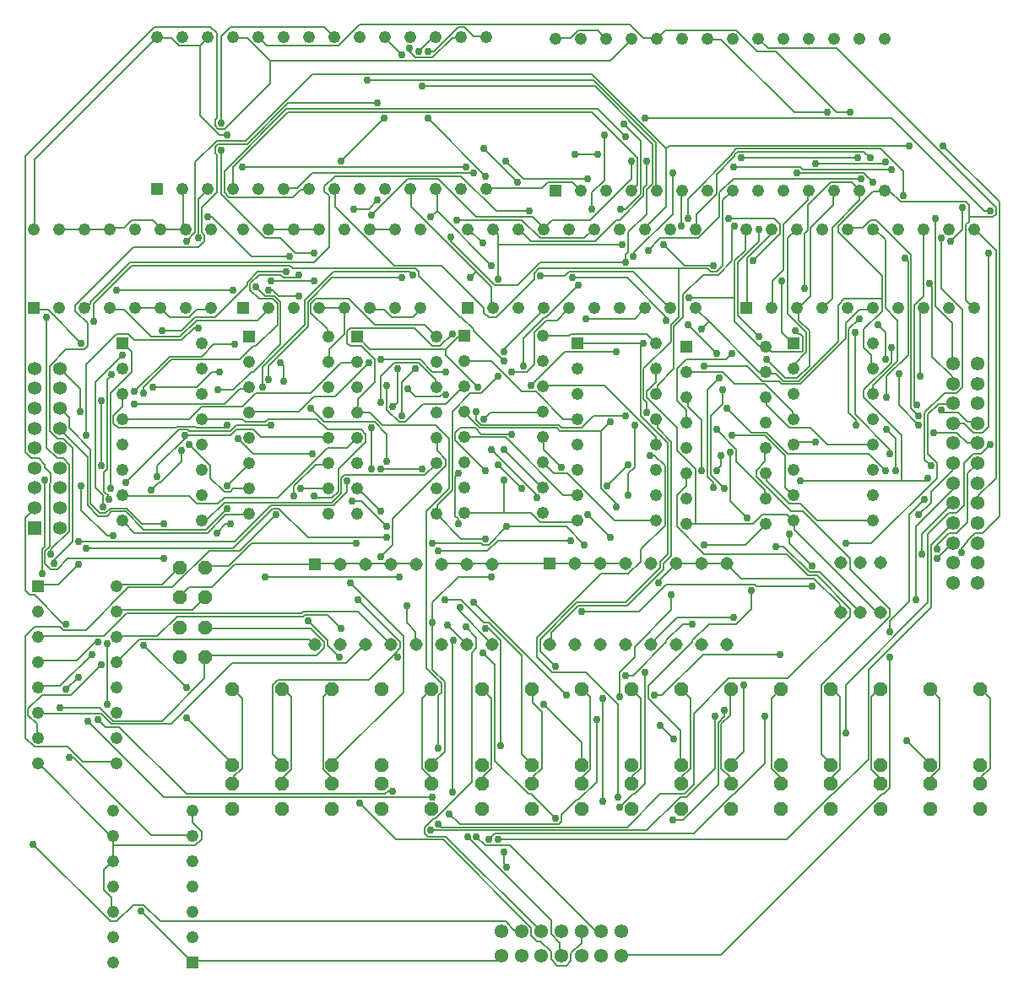
<source format=gbr>
G04 EAGLE Gerber RS-274X export*
G75*
%MOMM*%
%FSLAX34Y34*%
%LPD*%
%INTop Copper*%
%IPPOS*%
%AMOC8*
5,1,8,0,0,1.08239X$1,22.5*%
G01*
%ADD10R,1.238000X1.238000*%
%ADD11C,1.238000*%
%ADD12R,1.308000X1.308000*%
%ADD13C,1.308000*%
%ADD14R,1.358000X1.358000*%
%ADD15C,1.358000*%
%ADD16C,1.381000*%
%ADD17R,1.216000X1.216000*%
%ADD18C,1.216000*%
%ADD19P,1.429621X8X292.500000*%
%ADD20P,1.429621X8X202.500000*%
%ADD21C,0.152400*%
%ADD22C,0.756400*%


D10*
X675300Y651500D03*
D11*
X675300Y626100D03*
X675300Y600700D03*
X675300Y575300D03*
X675300Y549900D03*
X675300Y524500D03*
X675300Y499100D03*
X675300Y473700D03*
X754700Y473700D03*
X754700Y499100D03*
X754700Y524500D03*
X754700Y549900D03*
X754700Y575300D03*
X754700Y600700D03*
X754700Y626100D03*
X754700Y651500D03*
D10*
X237100Y661500D03*
D11*
X237100Y636100D03*
X237100Y610700D03*
X237100Y585300D03*
X237100Y559900D03*
X237100Y534500D03*
X237100Y509100D03*
X237100Y483700D03*
X316500Y483700D03*
X316500Y509100D03*
X316500Y534500D03*
X316500Y559900D03*
X316500Y585300D03*
X316500Y610700D03*
X316500Y636100D03*
X316500Y661500D03*
D10*
X452280Y662780D03*
D11*
X452280Y637380D03*
X452280Y611980D03*
X452280Y586580D03*
X452280Y561180D03*
X452280Y535780D03*
X452280Y510380D03*
X452280Y484980D03*
X531680Y484980D03*
X531680Y510380D03*
X531680Y535780D03*
X531680Y561180D03*
X531680Y586580D03*
X531680Y611980D03*
X531680Y637380D03*
X531680Y662780D03*
D10*
X345000Y661500D03*
D11*
X345000Y636100D03*
X345000Y610700D03*
X345000Y585300D03*
X345000Y559900D03*
X345000Y534500D03*
X345000Y509100D03*
X345000Y483700D03*
X424400Y483700D03*
X424400Y509100D03*
X424400Y534500D03*
X424400Y559900D03*
X424400Y585300D03*
X424400Y610700D03*
X424400Y636100D03*
X424400Y661500D03*
D10*
X782800Y654700D03*
D11*
X782800Y629300D03*
X782800Y603900D03*
X782800Y578500D03*
X782800Y553100D03*
X782800Y527700D03*
X782800Y502300D03*
X782800Y476900D03*
X862200Y476900D03*
X862200Y502300D03*
X862200Y527700D03*
X862200Y553100D03*
X862200Y578500D03*
X862200Y603900D03*
X862200Y629300D03*
X862200Y654700D03*
D10*
X24700Y411500D03*
D11*
X24700Y386100D03*
X24700Y360700D03*
X24700Y335300D03*
X24700Y309900D03*
X24700Y284500D03*
X24700Y259100D03*
X24700Y233700D03*
X104100Y233700D03*
X104100Y259100D03*
X104100Y284500D03*
X104100Y309900D03*
X104100Y335300D03*
X104100Y360700D03*
X104100Y386100D03*
X104100Y411500D03*
D10*
X565800Y654700D03*
D11*
X565800Y629300D03*
X565800Y603900D03*
X565800Y578500D03*
X565800Y553100D03*
X565800Y527700D03*
X565800Y502300D03*
X565800Y476900D03*
X645200Y476900D03*
X645200Y502300D03*
X645200Y527700D03*
X645200Y553100D03*
X645200Y578500D03*
X645200Y603900D03*
X645200Y629300D03*
X645200Y654700D03*
D10*
X109800Y654700D03*
D11*
X109800Y629300D03*
X109800Y603900D03*
X109800Y578500D03*
X109800Y553100D03*
X109800Y527700D03*
X109800Y502300D03*
X109800Y476900D03*
X189200Y476900D03*
X189200Y502300D03*
X189200Y527700D03*
X189200Y553100D03*
X189200Y578500D03*
X189200Y603900D03*
X189200Y629300D03*
X189200Y654700D03*
D12*
X538100Y433900D03*
D13*
X563500Y433900D03*
X588900Y433900D03*
X614300Y433900D03*
X639700Y433900D03*
X665100Y433900D03*
X690500Y433900D03*
X715900Y433900D03*
X715900Y352900D03*
X690500Y352900D03*
X665100Y352900D03*
X639700Y352900D03*
X614300Y352900D03*
X588900Y352900D03*
X563500Y352900D03*
X538100Y352900D03*
D12*
X302470Y433490D03*
D13*
X327870Y433490D03*
X353270Y433490D03*
X378670Y433490D03*
X404070Y433490D03*
X429470Y433490D03*
X454870Y433490D03*
X480270Y433490D03*
X480270Y352490D03*
X454870Y352490D03*
X429470Y352490D03*
X404070Y352490D03*
X378670Y352490D03*
X353270Y352490D03*
X327870Y352490D03*
X302470Y352490D03*
D14*
X21800Y469800D03*
D15*
X46800Y469800D03*
X21800Y489800D03*
X46800Y489800D03*
X21800Y509800D03*
X46800Y509800D03*
X21800Y529800D03*
X46800Y529800D03*
X21800Y549800D03*
X46800Y549800D03*
X21800Y569800D03*
X46800Y569800D03*
X21800Y589800D03*
X46800Y589800D03*
X21800Y609800D03*
X46800Y609800D03*
X21800Y629800D03*
X46800Y629800D03*
D16*
X967700Y634700D03*
X942700Y634700D03*
X967700Y614700D03*
X942700Y614700D03*
X967700Y594700D03*
X942700Y594700D03*
X967700Y574700D03*
X942700Y574700D03*
X967700Y554700D03*
X942700Y554700D03*
X967700Y534700D03*
X942700Y534700D03*
X967700Y514700D03*
X942700Y514700D03*
X967700Y494700D03*
X942700Y494700D03*
X967700Y474700D03*
X942700Y474700D03*
X967700Y454700D03*
X942700Y454700D03*
X967700Y434700D03*
X942700Y434700D03*
X967700Y414700D03*
X942700Y414700D03*
D17*
X544400Y807900D03*
D18*
X569800Y807900D03*
X595200Y807900D03*
X620600Y807900D03*
X646000Y807900D03*
X671400Y807900D03*
X696800Y807900D03*
X722200Y807900D03*
X747600Y807900D03*
X773000Y807900D03*
X798400Y807900D03*
X823800Y807900D03*
X849200Y807900D03*
X874600Y807900D03*
X874600Y960300D03*
X849200Y960300D03*
X823800Y960300D03*
X798400Y960300D03*
X773000Y960300D03*
X747600Y960300D03*
X722200Y960300D03*
X696800Y960300D03*
X671400Y960300D03*
X646000Y960300D03*
X620600Y960300D03*
X595200Y960300D03*
X569800Y960300D03*
X544400Y960300D03*
D17*
X144400Y810100D03*
D18*
X169800Y810100D03*
X195200Y810100D03*
X220600Y810100D03*
X246000Y810100D03*
X271400Y810100D03*
X296800Y810100D03*
X322200Y810100D03*
X347600Y810100D03*
X373000Y810100D03*
X398400Y810100D03*
X423800Y810100D03*
X449200Y810100D03*
X474600Y810100D03*
X474600Y962500D03*
X449200Y962500D03*
X423800Y962500D03*
X398400Y962500D03*
X373000Y962500D03*
X347600Y962500D03*
X322200Y962500D03*
X296800Y962500D03*
X271400Y962500D03*
X246000Y962500D03*
X220600Y962500D03*
X195200Y962500D03*
X169800Y962500D03*
X144400Y962500D03*
D16*
X610000Y40000D03*
X590000Y40000D03*
X570000Y40000D03*
X550000Y40000D03*
X530000Y40000D03*
X510000Y40000D03*
X490000Y40000D03*
X610000Y65000D03*
X590000Y65000D03*
X570000Y65000D03*
X550000Y65000D03*
X530000Y65000D03*
X510000Y65000D03*
X490000Y65000D03*
D10*
X179700Y33800D03*
D11*
X179700Y59200D03*
X179700Y84600D03*
X179700Y110000D03*
X179700Y135400D03*
X179700Y160800D03*
X179700Y186200D03*
X100300Y186200D03*
X100300Y160800D03*
X100300Y135400D03*
X100300Y110000D03*
X100300Y84600D03*
X100300Y59200D03*
X100300Y33800D03*
D10*
X231100Y690300D03*
D11*
X256500Y690300D03*
X281900Y690300D03*
X307300Y690300D03*
X332700Y690300D03*
X358100Y690300D03*
X383500Y690300D03*
X408900Y690300D03*
X408900Y769700D03*
X383500Y769700D03*
X358100Y769700D03*
X332700Y769700D03*
X307300Y769700D03*
X281900Y769700D03*
X256500Y769700D03*
X231100Y769700D03*
D10*
X21100Y690300D03*
D11*
X46500Y690300D03*
X71900Y690300D03*
X97300Y690300D03*
X122700Y690300D03*
X148100Y690300D03*
X173500Y690300D03*
X198900Y690300D03*
X198900Y769700D03*
X173500Y769700D03*
X148100Y769700D03*
X122700Y769700D03*
X97300Y769700D03*
X71900Y769700D03*
X46500Y769700D03*
X21100Y769700D03*
D10*
X455700Y690300D03*
D11*
X481100Y690300D03*
X506500Y690300D03*
X531900Y690300D03*
X557300Y690300D03*
X582700Y690300D03*
X608100Y690300D03*
X633500Y690300D03*
X658900Y690300D03*
X684300Y690300D03*
X684300Y769700D03*
X658900Y769700D03*
X633500Y769700D03*
X608100Y769700D03*
X582700Y769700D03*
X557300Y769700D03*
X531900Y769700D03*
X506500Y769700D03*
X481100Y769700D03*
X455700Y769700D03*
D10*
X735700Y690300D03*
D11*
X761100Y690300D03*
X786500Y690300D03*
X811900Y690300D03*
X837300Y690300D03*
X862700Y690300D03*
X888100Y690300D03*
X913500Y690300D03*
X938900Y690300D03*
X964300Y690300D03*
X964300Y769700D03*
X938900Y769700D03*
X913500Y769700D03*
X888100Y769700D03*
X862700Y769700D03*
X837300Y769700D03*
X811900Y769700D03*
X786500Y769700D03*
X761100Y769700D03*
X735700Y769700D03*
D13*
X830000Y385000D03*
X850000Y385000D03*
X870000Y385000D03*
X830000Y435000D03*
X850000Y435000D03*
X870000Y435000D03*
D19*
X920000Y212700D03*
X920000Y187300D03*
X870000Y212700D03*
X870000Y187300D03*
X820000Y212700D03*
X820000Y187300D03*
X770000Y212700D03*
X770000Y187300D03*
X720000Y212700D03*
X720000Y187300D03*
X670000Y212700D03*
X670000Y187300D03*
X620000Y212700D03*
X620000Y187300D03*
X570000Y212700D03*
X570000Y187300D03*
X520000Y212700D03*
X520000Y187300D03*
X470000Y212700D03*
X470000Y187300D03*
X420000Y212700D03*
X420000Y187300D03*
X370000Y212700D03*
X370000Y187300D03*
X320000Y212700D03*
X320000Y187300D03*
X270000Y212700D03*
X270000Y187300D03*
X220000Y212700D03*
X220000Y187300D03*
X970000Y212700D03*
X970000Y187300D03*
X920000Y308100D03*
X920000Y231900D03*
X870000Y308100D03*
X870000Y231900D03*
X820000Y308100D03*
X820000Y231900D03*
X770000Y308100D03*
X770000Y231900D03*
X720000Y308100D03*
X720000Y231900D03*
X670000Y308100D03*
X670000Y231900D03*
X620000Y308100D03*
X620000Y231900D03*
X570000Y308100D03*
X570000Y231900D03*
X520000Y308100D03*
X520000Y231900D03*
X470000Y308100D03*
X470000Y231900D03*
X420000Y308100D03*
X420000Y231900D03*
X370000Y308100D03*
X370000Y231900D03*
X320000Y308100D03*
X320000Y231900D03*
X270000Y308100D03*
X270000Y231900D03*
X220000Y308100D03*
X220000Y231900D03*
X970000Y308100D03*
X970000Y231900D03*
D20*
X192700Y340000D03*
X167300Y340000D03*
X192700Y370000D03*
X167300Y370000D03*
X192700Y400000D03*
X167300Y400000D03*
X192700Y430000D03*
X167300Y430000D03*
D21*
X783336Y629412D02*
X783336Y633984D01*
X795528Y646176D01*
X795528Y665988D01*
X777240Y684276D01*
X777240Y760476D01*
X786384Y769620D01*
X783336Y629412D02*
X782800Y629300D01*
X786384Y769620D02*
X786500Y769700D01*
X786384Y556260D02*
X804672Y556260D01*
X786384Y556260D02*
X783336Y553212D01*
X782800Y553100D01*
D22*
X804672Y556260D03*
D21*
X838200Y771144D02*
X851916Y771144D01*
X859536Y778764D01*
X865632Y778764D01*
X900684Y743712D01*
X900684Y589788D01*
X908304Y582168D01*
X837300Y769700D02*
X838200Y771144D01*
D22*
X908304Y582168D03*
D21*
X862584Y605028D02*
X862584Y612648D01*
X886968Y637032D01*
X886968Y678180D01*
X874776Y690372D01*
X874776Y758952D01*
X864108Y769620D01*
X862584Y605028D02*
X862200Y603900D01*
X864108Y769620D02*
X862700Y769700D01*
X957072Y576072D02*
X966216Y576072D01*
X957072Y576072D02*
X947928Y585216D01*
X934212Y585216D01*
X931164Y588264D01*
X966216Y576072D02*
X967700Y574700D01*
D22*
X931164Y588264D03*
D21*
X649224Y760476D02*
X637032Y748284D01*
X649224Y760476D02*
X687324Y760476D01*
X708660Y781812D01*
X708660Y806196D01*
X722376Y819912D01*
X850392Y819912D01*
X957072Y554736D02*
X966216Y554736D01*
X957072Y554736D02*
X946404Y565404D01*
X923544Y565404D01*
X908304Y573024D02*
X888492Y592836D01*
X888492Y624840D01*
X874776Y638556D02*
X874776Y665988D01*
X867156Y673608D01*
X966216Y554736D02*
X967700Y554700D01*
D22*
X637032Y748284D03*
X850392Y819912D03*
X923544Y565404D03*
X908304Y573024D03*
X888492Y624840D03*
X874776Y638556D03*
X867156Y673608D03*
D21*
X598932Y460248D02*
X576072Y483108D01*
X643128Y301752D02*
X650748Y301752D01*
X691896Y342900D01*
X769620Y342900D01*
X926592Y448056D02*
X926592Y452628D01*
X938784Y464820D01*
X946404Y464820D01*
X957072Y475488D01*
X957072Y524256D01*
X966216Y533400D01*
X967700Y534700D01*
X912876Y702564D02*
X912876Y769620D01*
X912876Y702564D02*
X903732Y693420D01*
X903732Y595884D01*
X906780Y592836D01*
X912876Y769620D02*
X913500Y769700D01*
D22*
X576072Y483108D03*
X598932Y460248D03*
X643128Y301752D03*
X769620Y342900D03*
X926592Y448056D03*
X906780Y592836D03*
D21*
X914400Y516636D02*
X891540Y516636D01*
X789432Y516636D01*
X914400Y516636D02*
X917448Y519684D01*
X880872Y635508D02*
X880872Y650748D01*
X880872Y635508D02*
X853440Y608076D01*
X853440Y600456D01*
X891540Y562356D01*
X891540Y516636D01*
D22*
X789432Y516636D03*
X917448Y519684D03*
X880872Y650748D03*
D21*
X646176Y612648D02*
X646176Y605028D01*
X646176Y612648D02*
X662940Y629412D01*
X662940Y672084D01*
X672084Y681228D01*
X672084Y704088D01*
X691896Y723900D01*
X707136Y723900D01*
X720852Y737616D01*
X720852Y769620D01*
X723900Y772668D01*
X804672Y835152D02*
X873252Y835152D01*
X874776Y836676D01*
X646176Y605028D02*
X645200Y603900D01*
X967740Y501396D02*
X967740Y495300D01*
X967740Y501396D02*
X986028Y519684D01*
X986028Y748284D01*
X964692Y769620D01*
X967740Y495300D02*
X967700Y494700D01*
X964692Y769620D02*
X964300Y769700D01*
D22*
X723900Y772668D03*
X804672Y835152D03*
X874776Y836676D03*
D21*
X169164Y667512D02*
X149352Y667512D01*
X169164Y667512D02*
X182880Y681228D01*
X202692Y681228D01*
X234696Y713232D01*
X234696Y716280D01*
X245364Y726948D01*
X274320Y726948D01*
X341376Y789432D02*
X356616Y789432D01*
X365760Y798576D01*
X941832Y675132D02*
X941832Y635508D01*
X941832Y675132D02*
X925068Y691896D01*
X925068Y780288D01*
X847344Y841248D02*
X729996Y841248D01*
X635508Y838200D02*
X635508Y813816D01*
X632460Y810768D01*
X632460Y803148D01*
X608076Y778764D01*
X605028Y778764D01*
X583692Y757428D01*
X519684Y757428D01*
X507492Y769620D01*
X941832Y635508D02*
X942700Y634700D01*
X507492Y769620D02*
X506500Y769700D01*
D22*
X149352Y667512D03*
X274320Y726948D03*
X341376Y789432D03*
X365760Y798576D03*
X925068Y780288D03*
X847344Y841248D03*
X729996Y841248D03*
X635508Y838200D03*
D21*
X131064Y611124D02*
X131064Y605028D01*
X131064Y611124D02*
X158496Y638556D01*
X227076Y638556D01*
X240792Y652272D01*
X243840Y652272D01*
X265176Y673608D01*
X265176Y694944D01*
X260604Y699516D01*
X246888Y699516D01*
X237744Y708660D01*
X237744Y714756D01*
X246888Y723900D01*
X268224Y723900D01*
X271272Y720852D01*
X283464Y720852D01*
X286512Y723900D01*
X359664Y783336D02*
X396240Y819912D01*
X426720Y819912D01*
X464820Y781812D01*
X521208Y781812D01*
X531876Y771144D01*
X531900Y769700D01*
X941832Y621792D02*
X941832Y615696D01*
X941832Y621792D02*
X922020Y641604D01*
X922020Y711708D01*
X918972Y714756D01*
X880872Y829056D02*
X792480Y829056D01*
X789432Y832104D01*
X722376Y832104D01*
X620268Y838200D02*
X620268Y819912D01*
X579120Y778764D01*
X541020Y778764D01*
X533400Y771144D01*
X941832Y615696D02*
X942700Y614700D01*
X533400Y771144D02*
X531900Y769700D01*
D22*
X131064Y605028D03*
X286512Y723900D03*
X359664Y783336D03*
X918972Y714756D03*
X880872Y829056D03*
X722376Y832104D03*
X620268Y838200D03*
D21*
X348996Y496824D02*
X339852Y496824D01*
X348996Y496824D02*
X374904Y470916D01*
X420624Y454152D02*
X469392Y454152D01*
X470916Y452628D01*
X477012Y452628D01*
X495300Y470916D01*
X512064Y632460D02*
X512064Y659892D01*
X533400Y681228D01*
X534924Y681228D01*
X566928Y713232D01*
X928116Y594360D02*
X941832Y594360D01*
X928116Y594360D02*
X917448Y583692D01*
X917448Y544068D01*
X926592Y534924D01*
X926592Y519684D01*
X861060Y454152D01*
X835152Y454152D01*
X801624Y411480D02*
X745236Y411480D01*
X743712Y413004D01*
X655320Y413004D01*
X627888Y385572D01*
X569976Y385572D01*
X573024Y452628D02*
X554736Y470916D01*
X495300Y470916D01*
X941832Y594360D02*
X942700Y594700D01*
D22*
X339852Y496824D03*
X374904Y470916D03*
X420624Y454152D03*
X495300Y470916D03*
X512064Y632460D03*
X566928Y713232D03*
X835152Y454152D03*
X801624Y411480D03*
X569976Y385572D03*
X573024Y452628D03*
D21*
X256032Y618744D02*
X256032Y632460D01*
X295656Y672084D01*
X295656Y696468D01*
X320040Y720852D01*
X390144Y720852D01*
X445008Y778764D02*
X510540Y778764D01*
X528828Y760476D01*
X573024Y760476D01*
X582168Y769620D01*
X582700Y769700D01*
X943356Y574548D02*
X954024Y574548D01*
X963168Y565404D01*
X972312Y565404D01*
X978408Y571500D01*
X978408Y745236D01*
X979932Y787908D02*
X973836Y787908D01*
X880872Y880872D01*
X633984Y880872D01*
X592836Y864108D02*
X592836Y818388D01*
X580644Y806196D01*
X580644Y789432D01*
X942700Y574700D02*
X943356Y574548D01*
D22*
X256032Y618744D03*
X390144Y720852D03*
X445008Y778764D03*
X978408Y745236D03*
X979932Y787908D03*
X633984Y880872D03*
X592836Y864108D03*
X580644Y789432D03*
D21*
X609600Y789432D02*
X614172Y789432D01*
X629412Y804672D01*
X629412Y858012D01*
X612648Y874776D01*
D22*
X609600Y789432D03*
X612648Y874776D03*
D21*
X47244Y310896D02*
X25908Y310896D01*
X47244Y310896D02*
X79248Y342900D01*
X89916Y490728D02*
X89916Y502920D01*
X82296Y510540D01*
X82296Y615696D01*
X109728Y643128D01*
X173736Y757428D02*
X182880Y766572D01*
X182880Y836676D01*
X204216Y858012D01*
X233172Y858012D01*
X300228Y925068D01*
X580644Y925068D01*
X655320Y850392D01*
X655320Y792480D01*
X633984Y771144D01*
X25908Y310896D02*
X24700Y309900D01*
X633500Y769700D02*
X633984Y771144D01*
X941832Y533400D02*
X941832Y527304D01*
X920496Y505968D01*
X920496Y495300D01*
X908304Y483108D01*
X950976Y449580D02*
X950976Y445008D01*
X950976Y449580D02*
X957072Y455676D01*
X957072Y457200D01*
X964692Y464820D01*
X972312Y464820D01*
X989076Y481584D01*
X989076Y797052D01*
X932688Y853440D01*
X899160Y853440D02*
X658368Y853440D01*
X655320Y850392D01*
X942700Y534700D02*
X941832Y533400D01*
D22*
X79248Y342900D03*
X89916Y490728D03*
X109728Y643128D03*
X173736Y757428D03*
X908304Y483108D03*
X950976Y445008D03*
X932688Y853440D03*
X899160Y853440D03*
D21*
X483108Y163068D02*
X477012Y156972D01*
X483108Y163068D02*
X682752Y163068D01*
X722376Y202692D01*
X723900Y202692D01*
X754380Y233172D01*
X754380Y280416D01*
X905256Y397764D02*
X905256Y470916D01*
X941832Y507492D01*
X941832Y513588D01*
X942700Y514700D01*
X676656Y780288D02*
X676656Y800100D01*
X720852Y844296D01*
X720852Y845820D01*
X725424Y850392D01*
X870204Y850392D01*
X893064Y827532D01*
X893064Y803148D01*
X931164Y760476D02*
X931164Y710184D01*
X952500Y688848D01*
X952500Y611124D01*
X946404Y605028D01*
X934212Y605028D01*
X914400Y585216D01*
X914400Y537972D01*
X920496Y531876D01*
D22*
X477012Y156972D03*
X754380Y280416D03*
X905256Y397764D03*
X676656Y780288D03*
X893064Y803148D03*
X931164Y760476D03*
X920496Y531876D03*
D21*
X144780Y361188D02*
X105156Y361188D01*
X144780Y361188D02*
X164592Y381000D01*
X291084Y381000D01*
X292608Y382524D01*
X315468Y382524D01*
X329184Y368808D01*
X419100Y166116D02*
X635508Y166116D01*
X669036Y199644D01*
X675132Y199644D01*
X704088Y228600D01*
X704088Y280416D01*
X911352Y443484D02*
X911352Y463296D01*
X941832Y493776D01*
X105156Y361188D02*
X104100Y360700D01*
X941832Y493776D02*
X942700Y494700D01*
X685800Y771144D02*
X685800Y784860D01*
X705612Y804672D01*
X705612Y824484D01*
X723900Y842772D01*
X723900Y844296D01*
X726948Y847344D01*
X853440Y847344D01*
X859536Y841248D01*
X685800Y771144D02*
X684300Y769700D01*
D22*
X329184Y368808D03*
X419100Y166116D03*
X704088Y280416D03*
X911352Y443484D03*
X859536Y841248D03*
D21*
X676656Y600456D02*
X676656Y591312D01*
X690372Y577596D01*
X690372Y527304D01*
X659892Y402336D02*
X659892Y387096D01*
X623316Y350520D01*
X623316Y339852D01*
X608076Y324612D01*
X608076Y300228D01*
X585216Y277368D02*
X585216Y214884D01*
X566928Y196596D01*
X565404Y196596D01*
X550164Y181356D01*
X550164Y175260D01*
X547116Y172212D01*
X448056Y172212D01*
X437388Y182880D01*
X420624Y199644D02*
X150876Y199644D01*
X74676Y275844D01*
X675300Y600700D02*
X676656Y600456D01*
D22*
X690372Y527304D03*
X659892Y402336D03*
X608076Y300228D03*
X585216Y277368D03*
X437388Y182880D03*
X420624Y199644D03*
X74676Y275844D03*
D21*
X675132Y512064D02*
X675132Y524256D01*
X675132Y512064D02*
X665988Y502920D01*
X665988Y470916D01*
X693420Y443484D01*
X775716Y443484D01*
X797052Y422148D01*
X806196Y422148D01*
X839724Y388620D01*
X839724Y381000D01*
X777240Y318516D01*
X717804Y318516D01*
X682752Y283464D01*
X682752Y211836D01*
X673608Y202692D01*
X649224Y202692D01*
X615696Y169164D01*
X429768Y169164D01*
X426720Y172212D01*
X381000Y205740D02*
X376428Y205740D01*
X373380Y202692D01*
X173736Y202692D01*
X106680Y269748D01*
X92964Y269748D01*
X85344Y277368D01*
X53340Y373380D02*
X50292Y373380D01*
X21336Y402336D01*
X16764Y402336D01*
X12192Y406908D01*
X12192Y480060D01*
X21336Y489204D01*
X675132Y524256D02*
X675300Y524500D01*
X21800Y489800D02*
X21336Y489204D01*
D22*
X426720Y172212D03*
X381000Y205740D03*
X85344Y277368D03*
X53340Y373380D03*
D21*
X754380Y499872D02*
X754380Y507492D01*
X725424Y536448D01*
X725424Y548640D01*
X705612Y568452D01*
X614172Y582168D02*
X582168Y582168D01*
X569976Y569976D01*
X550164Y569976D01*
X547116Y573024D01*
X469392Y573024D01*
X464820Y577596D01*
X464820Y586740D01*
X301752Y717804D02*
X259080Y717804D01*
X185928Y670560D02*
X181356Y670560D01*
X169164Y658368D01*
X121920Y658368D01*
X115824Y664464D01*
X103632Y664464D01*
X73152Y633984D01*
X73152Y562356D01*
X754380Y499872D02*
X754700Y499100D01*
D22*
X705612Y568452D03*
X614172Y582168D03*
X464820Y586740D03*
X301752Y717804D03*
X259080Y717804D03*
X185928Y670560D03*
X73152Y562356D03*
D21*
X595884Y512064D02*
X617220Y533400D01*
X559308Y457200D02*
X486156Y457200D01*
X475488Y446532D01*
X426720Y446532D01*
X374904Y460248D02*
X295656Y460248D01*
X266700Y489204D01*
X260604Y489204D01*
X220980Y449580D01*
X73152Y449580D01*
D22*
X617220Y533400D03*
X595884Y512064D03*
X559308Y457200D03*
X426720Y446532D03*
X374904Y460248D03*
X73152Y449580D03*
D21*
X434340Y594360D02*
X451104Y611124D01*
X434340Y594360D02*
X411480Y594360D01*
X393192Y576072D01*
X387096Y576072D01*
X374904Y588264D01*
X374904Y612648D01*
X222504Y653796D02*
X201168Y653796D01*
X188976Y641604D01*
X156972Y641604D01*
X121920Y606552D01*
X451104Y611124D02*
X452280Y611980D01*
D22*
X374904Y612648D03*
X222504Y653796D03*
X121920Y606552D03*
D21*
X199644Y626364D02*
X207264Y626364D01*
X199644Y626364D02*
X184404Y611124D01*
X140208Y611124D01*
D22*
X207264Y626364D03*
X140208Y611124D03*
D21*
X492252Y548640D02*
X530352Y510540D01*
X492252Y637032D02*
X461772Y667512D01*
X461772Y669036D01*
X449580Y681228D01*
X448056Y681228D01*
X406908Y722376D01*
X406908Y726948D01*
X403860Y729996D01*
X280416Y729996D01*
X277368Y733044D01*
X118872Y733044D01*
X80772Y694944D01*
X80772Y676656D01*
X530352Y510540D02*
X531680Y510380D01*
D22*
X492252Y548640D03*
X492252Y637032D03*
X80772Y676656D03*
D21*
X478536Y585216D02*
X530352Y585216D01*
X478536Y585216D02*
X472440Y579120D01*
X434340Y603504D02*
X429768Y603504D01*
X428244Y601980D01*
X403860Y601980D01*
X396240Y609600D01*
X286512Y702564D02*
X266700Y702564D01*
X260604Y708660D01*
X256032Y708660D01*
X220980Y708660D02*
X103632Y708660D01*
X530352Y585216D02*
X531680Y586580D01*
D22*
X472440Y579120D03*
X434340Y603504D03*
X396240Y609600D03*
X286512Y702564D03*
X256032Y708660D03*
X220980Y708660D03*
X103632Y708660D03*
D21*
X224028Y573024D02*
X259080Y573024D01*
X224028Y573024D02*
X217932Y566928D01*
X176784Y566928D01*
X175260Y568452D01*
X166116Y568452D01*
X112776Y515112D01*
D22*
X259080Y573024D03*
X112776Y515112D03*
D21*
X335280Y516636D02*
X335280Y505968D01*
X321564Y492252D01*
X259080Y492252D01*
X222504Y455676D01*
X65532Y455676D01*
D22*
X335280Y516636D03*
X65532Y455676D03*
D21*
X227076Y609600D02*
X236220Y609600D01*
X227076Y609600D02*
X211836Y594360D01*
X121920Y594360D01*
X236220Y609600D02*
X237100Y610700D01*
D22*
X121920Y594360D03*
D21*
X214884Y512064D02*
X236220Y533400D01*
X214884Y489204D02*
X193548Y467868D01*
X131064Y467868D01*
X112776Y486156D01*
X99060Y486156D01*
X94488Y481584D01*
X85344Y481584D01*
X74676Y492252D01*
X74676Y541020D01*
X47244Y568452D01*
X236220Y533400D02*
X237100Y534500D01*
X47244Y568452D02*
X46800Y569800D01*
D22*
X214884Y512064D03*
X214884Y489204D03*
D21*
X288036Y509016D02*
X315468Y509016D01*
X217932Y473964D02*
X213360Y473964D01*
X204216Y464820D01*
X150876Y473964D02*
X129540Y473964D01*
X114300Y489204D01*
X97536Y489204D01*
X92964Y484632D01*
X86868Y484632D01*
X77724Y493776D01*
X77724Y548640D01*
X56388Y569976D01*
X56388Y580644D01*
X47244Y589788D01*
X315468Y509016D02*
X316500Y509100D01*
X47244Y589788D02*
X46800Y589800D01*
D22*
X288036Y509016D03*
X217932Y473964D03*
X204216Y464820D03*
X150876Y473964D03*
D21*
X64008Y336804D02*
X25908Y336804D01*
X64008Y336804D02*
X82296Y355092D01*
X85344Y355092D01*
X96012Y498348D02*
X96012Y501396D01*
X91440Y505968D01*
X91440Y525780D01*
X94488Y528828D01*
X94488Y618744D01*
X99060Y623316D01*
X25908Y336804D02*
X24700Y335300D01*
D22*
X85344Y355092D03*
X96012Y498348D03*
X99060Y623316D03*
D21*
X24384Y272796D02*
X24384Y260604D01*
X24384Y272796D02*
X15240Y281940D01*
X15240Y288036D01*
X28956Y301752D01*
X57912Y301752D01*
X88392Y332232D01*
X138684Y507492D02*
X146304Y515112D01*
X147828Y515112D01*
X169164Y536448D01*
X169164Y547116D01*
X24384Y260604D02*
X24700Y259100D01*
D22*
X88392Y332232D03*
X138684Y507492D03*
X169164Y547116D03*
D21*
X103632Y234696D02*
X70104Y234696D01*
X54864Y249936D01*
X21336Y249936D01*
X12192Y259080D01*
X12192Y361188D01*
X21336Y370332D01*
X47244Y370332D01*
X50292Y367284D01*
X73152Y367284D01*
X115824Y409956D01*
X160020Y409956D01*
X196596Y446532D01*
X227076Y446532D01*
X263652Y483108D01*
X281940Y501396D02*
X281940Y512064D01*
X303276Y533400D01*
X315468Y533400D01*
X103632Y234696D02*
X104100Y233700D01*
X315468Y533400D02*
X316500Y534500D01*
D22*
X263652Y483108D03*
X281940Y501396D03*
D21*
X193548Y477012D02*
X190500Y477012D01*
X193548Y477012D02*
X211836Y495300D01*
X320040Y495300D01*
X329184Y504444D01*
X329184Y519684D01*
X332232Y522732D01*
X413004Y522732D01*
X423672Y533400D01*
X190500Y477012D02*
X189200Y476900D01*
X423672Y533400D02*
X424400Y534500D01*
X368808Y595884D02*
X368808Y621792D01*
X382524Y635508D01*
X406908Y635508D01*
X423672Y618744D01*
X423672Y611124D01*
X424400Y610700D01*
D22*
X368808Y595884D03*
D21*
X176784Y579120D02*
X111252Y579120D01*
X176784Y579120D02*
X188976Y591312D01*
X230124Y591312D01*
X243840Y605028D01*
X298704Y605028D01*
X329184Y635508D01*
X344424Y635508D01*
X111252Y579120D02*
X109800Y578500D01*
X344424Y635508D02*
X345000Y636100D01*
X176784Y501396D02*
X111252Y501396D01*
X176784Y501396D02*
X184404Y493776D01*
X205740Y493776D01*
X211836Y499872D01*
X265176Y499872D01*
X315468Y550164D01*
X335280Y550164D01*
X344424Y559308D01*
X111252Y501396D02*
X109800Y502300D01*
X344424Y559308D02*
X345000Y559900D01*
X644652Y560832D02*
X644652Y553212D01*
X644652Y560832D02*
X592836Y612648D01*
X531876Y612648D01*
X644652Y553212D02*
X645200Y553100D01*
X531680Y611980D02*
X531876Y612648D01*
X603504Y477012D02*
X644652Y477012D01*
X603504Y477012D02*
X556260Y524256D01*
X542544Y524256D01*
X531876Y534924D01*
X644652Y477012D02*
X645200Y476900D01*
X531876Y534924D02*
X531680Y535780D01*
X551688Y502920D02*
X565404Y502920D01*
X551688Y502920D02*
X493776Y560832D01*
X452628Y560832D01*
X565404Y502920D02*
X565800Y502300D01*
X452628Y560832D02*
X452280Y561180D01*
X551688Y579120D02*
X565404Y579120D01*
X551688Y579120D02*
X524256Y606552D01*
X510540Y606552D01*
X480060Y637032D01*
X452628Y637032D01*
X565404Y579120D02*
X565800Y578500D01*
X452628Y637032D02*
X452280Y637380D01*
X781812Y586740D02*
X781812Y579120D01*
X781812Y586740D02*
X754380Y614172D01*
X723900Y614172D01*
X711708Y626364D01*
X676656Y626364D01*
X781812Y579120D02*
X782800Y578500D01*
X676656Y626364D02*
X675300Y626100D01*
X720852Y562356D02*
X754380Y562356D01*
X774192Y542544D01*
X774192Y510540D01*
X781812Y502920D01*
X782800Y502300D01*
D22*
X720852Y562356D03*
D21*
X806196Y477012D02*
X861060Y477012D01*
X806196Y477012D02*
X789432Y493776D01*
X778764Y493776D01*
X755904Y516636D01*
X755904Y524256D01*
X861060Y477012D02*
X862200Y476900D01*
X755904Y524256D02*
X754700Y524500D01*
X816864Y553212D02*
X861060Y553212D01*
X816864Y553212D02*
X800100Y569976D01*
X778764Y569976D01*
X755904Y592836D01*
X755904Y600456D01*
X861060Y553212D02*
X862200Y553100D01*
X755904Y600456D02*
X754700Y600700D01*
X797052Y798576D02*
X797052Y807720D01*
X797052Y798576D02*
X772668Y774192D01*
X772668Y728472D01*
X762000Y717804D01*
X762000Y690372D01*
X797052Y807720D02*
X798400Y807900D01*
X762000Y690372D02*
X761100Y690300D01*
X675132Y588264D02*
X675132Y576072D01*
X675132Y588264D02*
X665988Y597408D01*
X665988Y629412D01*
X675132Y638556D01*
X714756Y638556D01*
X720852Y644652D01*
X675132Y576072D02*
X675300Y575300D01*
X606552Y292608D02*
X606552Y199644D01*
X606552Y292608D02*
X574548Y324612D01*
X541020Y324612D01*
X525780Y339852D01*
X525780Y359664D01*
X589788Y423672D01*
X617220Y423672D01*
X629412Y435864D01*
X629412Y448056D01*
X653796Y472440D01*
X653796Y531876D01*
X643128Y542544D01*
X638556Y542544D01*
D22*
X720852Y644652D03*
X606552Y199644D03*
X638556Y542544D03*
D21*
X822960Y794004D02*
X822960Y807720D01*
X822960Y794004D02*
X800100Y771144D01*
X800100Y702564D01*
X787908Y690372D01*
X822960Y807720D02*
X823800Y807900D01*
X787908Y690372D02*
X786500Y690300D01*
X896112Y256032D02*
X918972Y233172D01*
X920000Y231900D01*
X787908Y678180D02*
X787908Y688848D01*
X787908Y678180D02*
X798576Y667512D01*
X798576Y632460D01*
X786384Y620268D01*
X774192Y620268D01*
X755904Y638556D01*
X710184Y542544D02*
X710184Y531876D01*
X705612Y527304D01*
X787908Y688848D02*
X786500Y690300D01*
D22*
X896112Y256032D03*
X755904Y638556D03*
X710184Y542544D03*
X705612Y527304D03*
D21*
X848868Y798576D02*
X848868Y807720D01*
X848868Y798576D02*
X821436Y771144D01*
X821436Y699516D01*
X812292Y690372D01*
X848868Y807720D02*
X849200Y807900D01*
X812292Y690372D02*
X811900Y690300D01*
X794004Y710184D02*
X794004Y765048D01*
X797052Y768096D01*
X797052Y794004D01*
X819912Y816864D01*
X841248Y816864D01*
X848868Y809244D01*
X849200Y807900D01*
X734568Y452628D02*
X693420Y452628D01*
X734568Y452628D02*
X754380Y472440D01*
X754700Y473700D01*
D22*
X794004Y710184D03*
X693420Y452628D03*
D21*
X754380Y536448D02*
X754380Y548640D01*
X754380Y536448D02*
X745236Y527304D01*
X745236Y521208D01*
X780288Y486156D01*
X792480Y486156D01*
X839724Y438912D01*
X839724Y428244D01*
X879348Y388620D01*
X879348Y381000D01*
X810768Y312420D01*
X810768Y242316D01*
X819912Y233172D01*
X754380Y548640D02*
X754700Y549900D01*
X819912Y233172D02*
X820000Y231900D01*
X748284Y757428D02*
X748284Y769620D01*
X748284Y757428D02*
X726948Y736092D01*
X726948Y682752D01*
X748284Y661416D01*
D22*
X748284Y769620D03*
X748284Y661416D03*
D21*
X952500Y769620D02*
X952500Y790956D01*
X952500Y769620D02*
X940308Y757428D01*
X467868Y569976D02*
X452628Y585216D01*
X467868Y569976D02*
X545592Y569976D01*
X548640Y566928D01*
X589788Y566928D01*
X598932Y576072D01*
X693420Y632460D02*
X736092Y632460D01*
X751332Y617220D01*
X768096Y617220D01*
X771144Y614172D01*
X789432Y614172D01*
X835152Y659892D01*
X835152Y675132D01*
X848868Y688848D01*
X862584Y688848D01*
X452628Y585216D02*
X452280Y586580D01*
X862584Y688848D02*
X862700Y690300D01*
X649224Y271272D02*
X662940Y257556D01*
X605028Y490728D02*
X605028Y493776D01*
X589788Y509016D01*
X589788Y566928D01*
D22*
X952500Y790956D03*
X940308Y757428D03*
X598932Y576072D03*
X693420Y632460D03*
X662940Y257556D03*
X649224Y271272D03*
X605028Y490728D03*
D21*
X461772Y394716D02*
X554736Y301752D01*
X778764Y454152D02*
X778764Y463296D01*
X778764Y454152D02*
X801624Y431292D01*
X733044Y312420D02*
X733044Y245364D01*
X720852Y233172D01*
X720000Y231900D01*
D22*
X461772Y394716D03*
X554736Y301752D03*
X778764Y463296D03*
X801624Y431292D03*
X733044Y312420D03*
D21*
X669036Y266700D02*
X669036Y233172D01*
X669036Y266700D02*
X637032Y298704D01*
X637032Y310896D01*
X681228Y355092D01*
X681228Y356616D01*
X697992Y373380D01*
X725424Y373380D01*
X740664Y388620D01*
X740664Y406908D01*
X909828Y621792D02*
X909828Y685800D01*
X912876Y688848D01*
X669036Y233172D02*
X670000Y231900D01*
X912876Y688848D02*
X913500Y690300D01*
D22*
X740664Y406908D03*
X909828Y621792D03*
D21*
X531876Y560832D02*
X531876Y548640D01*
X550164Y530352D01*
X531876Y560832D02*
X531680Y561180D01*
X835152Y312420D02*
X835152Y263652D01*
X835152Y312420D02*
X917448Y394716D01*
X917448Y463296D01*
X938784Y484632D01*
X946404Y484632D01*
X954024Y492252D01*
X954024Y534924D01*
X963168Y544068D01*
X970788Y544068D01*
X979932Y553212D01*
D22*
X550164Y530352D03*
X835152Y263652D03*
X979932Y553212D03*
D21*
X399288Y792480D02*
X399288Y809244D01*
X464820Y726948D02*
X480060Y711708D01*
X464820Y726948D02*
X399288Y792480D01*
X480060Y711708D02*
X480060Y690372D01*
X399288Y809244D02*
X398400Y810100D01*
X480060Y690372D02*
X481100Y690300D01*
X345948Y598932D02*
X345948Y586740D01*
X345948Y598932D02*
X362712Y615696D01*
X362712Y638556D01*
X348996Y652272D01*
X338328Y652272D01*
X335280Y655320D01*
X335280Y667512D01*
X338328Y670560D01*
X402336Y670560D01*
X420624Y652272D01*
X428244Y652272D01*
X440436Y664464D01*
X458724Y720852D02*
X464820Y726948D01*
X345948Y586740D02*
X345000Y585300D01*
X569976Y254508D02*
X569976Y233172D01*
X569976Y254508D02*
X531876Y292608D01*
X426720Y301752D02*
X426720Y248412D01*
X426720Y301752D02*
X429768Y304800D01*
X429768Y313944D01*
X414528Y329184D01*
X414528Y486156D01*
X437388Y509016D01*
X437388Y559308D01*
X423672Y573024D01*
X370332Y573024D01*
X358140Y585216D01*
X345948Y585216D01*
X569976Y233172D02*
X570000Y231900D01*
X345948Y585216D02*
X345000Y585300D01*
D22*
X440436Y664464D03*
X458724Y720852D03*
X531876Y292608D03*
X426720Y248412D03*
D21*
X425196Y787908D02*
X425196Y809244D01*
X425196Y787908D02*
X480060Y733044D01*
X425196Y809244D02*
X423800Y810100D01*
X345948Y509016D02*
X368808Y486156D01*
X432816Y397764D02*
X449580Y397764D01*
X472440Y374904D01*
X477012Y374904D01*
X510540Y341376D01*
X510540Y242316D01*
X519684Y233172D01*
X345948Y509016D02*
X345000Y509100D01*
X519684Y233172D02*
X520000Y231900D01*
X419100Y781812D02*
X425196Y787908D01*
X385572Y629412D02*
X385572Y595884D01*
X381000Y591312D01*
X359664Y569976D02*
X359664Y528828D01*
D22*
X480060Y733044D03*
X368808Y486156D03*
X432816Y397764D03*
X419100Y781812D03*
X385572Y629412D03*
X381000Y591312D03*
X359664Y569976D03*
X359664Y528828D03*
D21*
X425196Y492252D02*
X425196Y484632D01*
X425196Y492252D02*
X440436Y507492D01*
X440436Y586740D01*
X458724Y605028D01*
X469392Y605028D01*
X486156Y621792D01*
X492252Y646176D02*
X492252Y649224D01*
X531876Y688848D01*
X425196Y484632D02*
X424400Y483700D01*
X531876Y688848D02*
X531900Y690300D01*
X489204Y356616D02*
X489204Y251460D01*
X489204Y356616D02*
X477012Y368808D01*
X473964Y368808D01*
X473964Y458724D02*
X449580Y458724D01*
X425196Y483108D01*
X424400Y483700D01*
D22*
X486156Y621792D03*
X492252Y646176D03*
X489204Y251460D03*
X473964Y368808D03*
X473964Y458724D03*
D21*
X425196Y547116D02*
X425196Y559308D01*
X425196Y547116D02*
X434340Y537972D01*
X434340Y531876D01*
X381000Y478536D01*
X381000Y452628D01*
X368808Y440436D01*
X420624Y374904D02*
X420624Y327660D01*
X432816Y315468D01*
X432816Y245364D01*
X420624Y233172D01*
X425196Y559308D02*
X424400Y559900D01*
X420624Y233172D02*
X420000Y231900D01*
X461772Y963168D02*
X473964Y963168D01*
X461772Y963168D02*
X452628Y972312D01*
X446532Y972312D01*
X422148Y947928D01*
X416052Y947928D01*
X416052Y880872D02*
X473964Y822960D01*
X474600Y962500D02*
X473964Y963168D01*
X420624Y394716D02*
X420624Y374904D01*
X420624Y394716D02*
X446532Y420624D01*
X480060Y420624D01*
X473964Y527304D02*
X443484Y557784D01*
X443484Y565404D01*
X448056Y569976D01*
X463296Y569976D01*
X469392Y563880D01*
X499872Y563880D01*
X499872Y626364D02*
X515112Y626364D01*
X522732Y633984D01*
X522732Y665988D01*
X534924Y678180D01*
X545592Y678180D01*
X556260Y688848D01*
X557300Y690300D01*
D22*
X368808Y440436D03*
X420624Y374904D03*
X416052Y947928D03*
X416052Y880872D03*
X473964Y822960D03*
X480060Y420624D03*
X473964Y527304D03*
X499872Y563880D03*
X499872Y626364D03*
D21*
X448056Y961644D02*
X440436Y961644D01*
X420624Y941832D01*
X403860Y941832D01*
X397764Y947928D01*
X397764Y950976D01*
X472440Y850392D02*
X505968Y816864D01*
X448056Y961644D02*
X449200Y962500D01*
X286512Y586740D02*
X237744Y586740D01*
X286512Y586740D02*
X301752Y601980D01*
X323088Y601980D01*
X356616Y635508D01*
X329184Y838200D02*
X371856Y880872D01*
X237744Y586740D02*
X237100Y585300D01*
X486156Y533400D02*
X510540Y509016D01*
X434340Y626364D02*
X420624Y626364D01*
X408432Y638556D01*
X368808Y638556D01*
D22*
X397764Y950976D03*
X472440Y850392D03*
X505968Y816864D03*
X356616Y635508D03*
X329184Y838200D03*
X371856Y880872D03*
X510540Y509016D03*
X486156Y533400D03*
X434340Y626364D03*
X368808Y638556D03*
D21*
X338328Y414528D02*
X391668Y361188D01*
X391668Y304800D01*
X320040Y233172D01*
X320000Y231900D01*
X420624Y961644D02*
X423672Y961644D01*
X420624Y961644D02*
X406908Y947928D01*
X409956Y912876D02*
X583692Y912876D01*
X641604Y854964D01*
X641604Y815340D01*
X635508Y809244D01*
X635508Y784860D01*
X617220Y766572D01*
X617220Y746760D01*
X614172Y743712D01*
X614172Y736092D01*
X423672Y961644D02*
X423800Y962500D01*
X236220Y509016D02*
X220980Y509016D01*
X217932Y505968D01*
X211836Y505968D01*
X198120Y519684D01*
X198120Y531876D01*
X176784Y553212D01*
X249936Y611124D02*
X249936Y630936D01*
X292608Y673608D01*
X292608Y697992D01*
X321564Y726948D01*
X397764Y726948D01*
X400812Y723900D01*
X438912Y757428D02*
X438912Y762000D01*
X438912Y757428D02*
X483108Y713232D01*
X505968Y713232D01*
X528828Y736092D01*
X614172Y736092D01*
X237100Y509100D02*
X236220Y509016D01*
D22*
X338328Y414528D03*
X406908Y947928D03*
X409956Y912876D03*
X614172Y736092D03*
X176784Y553212D03*
X249936Y611124D03*
X400812Y723900D03*
X438912Y762000D03*
D21*
X345948Y397764D02*
X388620Y355092D01*
X388620Y348996D01*
X382524Y342900D02*
X356616Y316992D01*
X382524Y342900D02*
X388620Y348996D01*
X356616Y316992D02*
X265176Y316992D01*
X260604Y312420D01*
X260604Y242316D01*
X269748Y233172D01*
X270000Y231900D01*
X574548Y679704D02*
X623316Y679704D01*
X632460Y688848D01*
X633500Y690300D01*
X382524Y342900D02*
X385572Y339852D01*
D22*
X345948Y397764D03*
X574548Y679704D03*
X385572Y339852D03*
D21*
X315468Y560832D02*
X248412Y560832D01*
X240792Y568452D01*
X224028Y568452D01*
X217932Y562356D01*
X175260Y562356D01*
X173736Y560832D02*
X144780Y531876D01*
X173736Y560832D02*
X175260Y562356D01*
X144780Y531876D02*
X144780Y521208D01*
X131064Y352044D02*
X173736Y309372D01*
X173736Y278892D02*
X219456Y233172D01*
X316500Y559900D02*
X315468Y560832D01*
X219456Y233172D02*
X220000Y231900D01*
X390144Y944880D02*
X373380Y961644D01*
X528828Y722376D02*
X553212Y722376D01*
X557784Y726948D01*
X621792Y726948D01*
X658368Y690372D01*
X373380Y961644D02*
X373000Y962500D01*
X658368Y690372D02*
X658900Y690300D01*
X173736Y560832D02*
X172212Y562356D01*
X205740Y608076D02*
X220980Y608076D01*
X239268Y626364D01*
X240792Y626364D01*
X268224Y653796D01*
X268224Y696468D01*
X262128Y702564D01*
X252984Y702564D01*
X243840Y711708D01*
D22*
X144780Y521208D03*
X131064Y352044D03*
X173736Y309372D03*
X173736Y278892D03*
X390144Y944880D03*
X528828Y722376D03*
X172212Y562356D03*
X205740Y608076D03*
X243840Y711708D03*
D21*
X545592Y961644D02*
X559308Y961644D01*
X566928Y969264D01*
X586740Y969264D01*
X594360Y961644D01*
X545592Y961644D02*
X544400Y960300D01*
X594360Y961644D02*
X595200Y960300D01*
X158496Y961644D02*
X144780Y961644D01*
X158496Y961644D02*
X166116Y954024D01*
X187452Y954024D01*
X195072Y961644D01*
X144780Y961644D02*
X144400Y962500D01*
X195072Y961644D02*
X195200Y962500D01*
X21336Y839724D02*
X21336Y771144D01*
X21336Y839724D02*
X143256Y961644D01*
X21336Y771144D02*
X21100Y769700D01*
X143256Y961644D02*
X144400Y962500D01*
X734568Y769620D02*
X734568Y748284D01*
X723900Y737616D01*
X723900Y701040D02*
X723900Y676656D01*
X723900Y701040D02*
X723900Y737616D01*
X723900Y676656D02*
X748284Y652272D01*
X754380Y652272D01*
X735700Y769700D02*
X734568Y769620D01*
X754380Y652272D02*
X754700Y651500D01*
X784860Y667512D02*
X787908Y664464D01*
X789432Y664464D01*
X792480Y661416D01*
X792480Y647700D01*
X790956Y646176D01*
X760476Y646176D01*
X755904Y650748D01*
X754700Y651500D01*
X557784Y662940D02*
X531876Y662940D01*
X557784Y662940D02*
X559308Y664464D01*
X635508Y664464D01*
X644652Y655320D01*
X531876Y662940D02*
X531680Y662780D01*
X644652Y655320D02*
X645200Y654700D01*
X470916Y755904D02*
X457200Y769620D01*
X455700Y769700D01*
X315468Y669036D02*
X315468Y662940D01*
X315468Y669036D02*
X298704Y685800D01*
X298704Y694944D01*
X303276Y699516D01*
X336804Y699516D01*
X362712Y673608D01*
X413004Y673608D01*
X423672Y662940D01*
X316500Y661500D02*
X315468Y662940D01*
X423672Y662940D02*
X424400Y661500D01*
X678180Y701040D02*
X723900Y701040D01*
X187452Y883920D02*
X187452Y954024D01*
X187452Y883920D02*
X207264Y864108D01*
X214884Y864108D01*
X665988Y434340D02*
X690372Y434340D01*
X665988Y434340D02*
X665100Y433900D01*
X690372Y434340D02*
X690500Y433900D01*
X691896Y434340D02*
X714756Y434340D01*
X715900Y433900D01*
X691896Y434340D02*
X690500Y433900D01*
X829056Y393192D02*
X829056Y385572D01*
X829056Y393192D02*
X803148Y419100D01*
X729996Y419100D01*
X716280Y432816D01*
X829056Y385572D02*
X830000Y385000D01*
X716280Y432816D02*
X715900Y433900D01*
X562356Y434340D02*
X539496Y434340D01*
X538100Y433900D01*
X562356Y434340D02*
X563500Y433900D01*
X589788Y434340D02*
X614172Y434340D01*
X589788Y434340D02*
X588900Y433900D01*
X614172Y434340D02*
X614300Y433900D01*
X588264Y434340D02*
X563880Y434340D01*
X563500Y433900D01*
X588264Y434340D02*
X588900Y433900D01*
X327660Y434340D02*
X303276Y434340D01*
X302470Y433490D01*
X327660Y434340D02*
X327870Y433490D01*
X329184Y434340D02*
X352044Y434340D01*
X353270Y433490D01*
X329184Y434340D02*
X327870Y433490D01*
X455676Y434340D02*
X480060Y434340D01*
X455676Y434340D02*
X454870Y433490D01*
X480060Y434340D02*
X480270Y433490D01*
X403860Y434340D02*
X379476Y434340D01*
X378670Y433490D01*
X403860Y434340D02*
X404070Y433490D01*
X429768Y434340D02*
X454152Y434340D01*
X454870Y433490D01*
X429768Y434340D02*
X429470Y433490D01*
X377952Y434340D02*
X353568Y434340D01*
X353270Y433490D01*
X377952Y434340D02*
X378670Y433490D01*
X481584Y434340D02*
X537972Y434340D01*
X538100Y433900D01*
X481584Y434340D02*
X480270Y433490D01*
X149352Y413004D02*
X105156Y413004D01*
X149352Y413004D02*
X166116Y429768D01*
X105156Y413004D02*
X104100Y411500D01*
X166116Y429768D02*
X167300Y430000D01*
X222504Y432816D02*
X301752Y432816D01*
X222504Y432816D02*
X199644Y409956D01*
X176784Y409956D01*
X167640Y400812D01*
X301752Y432816D02*
X302470Y433490D01*
X167640Y400812D02*
X167300Y400000D01*
X647700Y416052D02*
X664464Y432816D01*
X647700Y416052D02*
X647700Y414528D01*
X664464Y432816D02*
X665100Y433900D01*
X711708Y594360D02*
X711708Y608076D01*
X711708Y594360D02*
X699516Y582168D01*
X699516Y522732D01*
X713232Y509016D01*
D22*
X784860Y667512D03*
X470916Y755904D03*
X678180Y701040D03*
X214884Y864108D03*
X647700Y414528D03*
X711708Y608076D03*
X713232Y509016D03*
D21*
X99060Y160020D02*
X25908Y233172D01*
X24700Y233700D01*
X99060Y160020D02*
X100300Y160800D01*
X100584Y160020D02*
X100584Y150876D01*
X100584Y135636D01*
X100300Y135400D01*
X100584Y160020D02*
X100300Y160800D01*
X179832Y173736D02*
X179832Y185928D01*
X179832Y173736D02*
X188976Y164592D01*
X188976Y156972D01*
X182880Y150876D01*
X100584Y150876D01*
X179700Y186200D02*
X179832Y185928D01*
X99060Y99060D02*
X99060Y85344D01*
X99060Y99060D02*
X91440Y106680D01*
X91440Y126492D01*
X99060Y134112D01*
X99060Y85344D02*
X100300Y84600D01*
X99060Y134112D02*
X100300Y135400D01*
X239268Y454152D02*
X344424Y454152D01*
X239268Y454152D02*
X216408Y431292D01*
X193548Y431292D01*
X192700Y430000D01*
X193548Y341376D02*
X304800Y341376D01*
X312420Y348996D01*
X312420Y355092D01*
X298704Y368808D01*
X193548Y368808D01*
X193548Y341376D02*
X192700Y340000D01*
X193548Y368808D02*
X192700Y370000D01*
X179832Y387096D02*
X105156Y387096D01*
X179832Y387096D02*
X192024Y399288D01*
X105156Y387096D02*
X104100Y386100D01*
X192024Y399288D02*
X192700Y400000D01*
X213360Y483108D02*
X236220Y483108D01*
X213360Y483108D02*
X195072Y464820D01*
X121920Y464820D01*
X111252Y475488D01*
X236220Y483108D02*
X237100Y483700D01*
X111252Y475488D02*
X109800Y476900D01*
X86868Y289560D02*
X47244Y289560D01*
X86868Y289560D02*
X100584Y275844D01*
X149352Y275844D01*
X192024Y318516D01*
X192024Y339852D01*
X192700Y340000D01*
X748284Y626364D02*
X754380Y626364D01*
X697992Y676656D02*
X685800Y688848D01*
X697992Y676656D02*
X748284Y626364D01*
X754380Y626364D02*
X754700Y626100D01*
X685800Y688848D02*
X684300Y690300D01*
X874776Y807720D02*
X879348Y807720D01*
X890016Y797052D01*
X955548Y797052D01*
X958596Y794004D01*
X958596Y781812D02*
X958596Y777240D01*
X958596Y781812D02*
X958596Y794004D01*
X958596Y777240D02*
X955548Y774192D01*
X955548Y697992D01*
X963168Y690372D01*
X874776Y807720D02*
X874600Y807900D01*
X963168Y690372D02*
X964300Y690300D01*
X861060Y643128D02*
X861060Y629412D01*
X861060Y643128D02*
X853440Y650748D01*
X853440Y669036D01*
X871728Y687324D01*
X871728Y699516D02*
X871728Y722376D01*
X871728Y699516D02*
X871728Y687324D01*
X871728Y722376D02*
X827532Y766572D01*
X827532Y772668D01*
X862584Y807720D01*
X873252Y807720D01*
X861060Y629412D02*
X862200Y629300D01*
X873252Y807720D02*
X874600Y807900D01*
X765048Y624840D02*
X755904Y624840D01*
X765048Y624840D02*
X772668Y617220D01*
X787908Y617220D01*
X827532Y656844D01*
X827532Y693420D01*
X833628Y699516D01*
X871728Y699516D01*
X755904Y624840D02*
X754700Y626100D01*
X742188Y473964D02*
X684276Y473964D01*
X676656Y473964D01*
X742188Y473964D02*
X751332Y483108D01*
X775716Y483108D01*
X781812Y477012D01*
X676656Y473964D02*
X675300Y473700D01*
X781812Y477012D02*
X782800Y476900D01*
X644652Y615696D02*
X644652Y627888D01*
X644652Y615696D02*
X635508Y606552D01*
X635508Y600456D01*
X665988Y569976D01*
X665988Y547116D01*
X684276Y528828D01*
X684276Y473964D01*
X644652Y627888D02*
X645200Y629300D01*
X865632Y385572D02*
X868680Y385572D01*
X865632Y385572D02*
X783336Y467868D01*
X783336Y475488D01*
X868680Y385572D02*
X870000Y385000D01*
X783336Y475488D02*
X782800Y476900D01*
X926592Y438912D02*
X941832Y454152D01*
X942700Y454700D01*
X697992Y676656D02*
X690372Y669036D01*
X382524Y769620D02*
X358140Y769620D01*
X358100Y769700D01*
X382524Y769620D02*
X383500Y769700D01*
X280416Y769620D02*
X257556Y769620D01*
X256500Y769700D01*
X280416Y769620D02*
X281900Y769700D01*
X281940Y769620D02*
X306324Y769620D01*
X307300Y769700D01*
X281940Y769620D02*
X281900Y769700D01*
X492252Y484632D02*
X519684Y484632D01*
X492252Y484632D02*
X452628Y484632D01*
X519684Y484632D02*
X528828Y475488D01*
X565404Y475488D01*
X452628Y484632D02*
X452280Y484980D01*
X565404Y475488D02*
X565800Y476900D01*
X316992Y637032D02*
X316992Y649224D01*
X332232Y664464D01*
X332232Y688848D01*
X316992Y637032D02*
X316500Y636100D01*
X332232Y688848D02*
X332700Y690300D01*
X332232Y690372D02*
X307848Y690372D01*
X307300Y690300D01*
X332232Y690372D02*
X332700Y690300D01*
X358140Y688848D02*
X371856Y688848D01*
X379476Y681228D01*
X400812Y681228D01*
X408432Y688848D01*
X358140Y688848D02*
X358100Y690300D01*
X408432Y688848D02*
X408900Y690300D01*
X492252Y518160D02*
X492252Y484632D01*
X475488Y810768D02*
X530352Y810768D01*
X536448Y816864D01*
X560832Y816864D01*
X568452Y809244D01*
X475488Y810768D02*
X474600Y810100D01*
X568452Y809244D02*
X569800Y807900D01*
X147828Y690372D02*
X123444Y690372D01*
X122700Y690300D01*
X147828Y690372D02*
X148100Y690300D01*
X184404Y688848D02*
X198120Y688848D01*
X184404Y688848D02*
X176784Y681228D01*
X156972Y681228D01*
X149352Y688848D01*
X198120Y688848D02*
X198900Y690300D01*
X149352Y688848D02*
X148100Y690300D01*
X71628Y769620D02*
X47244Y769620D01*
X46500Y769700D01*
X71628Y769620D02*
X71900Y769700D01*
X73152Y769620D02*
X96012Y769620D01*
X97300Y769700D01*
X73152Y769620D02*
X71900Y769700D01*
X170688Y772668D02*
X170688Y809244D01*
X170688Y772668D02*
X172212Y771144D01*
X170688Y809244D02*
X169800Y810100D01*
X172212Y771144D02*
X173500Y769700D01*
X172212Y769620D02*
X149352Y769620D01*
X148100Y769700D01*
X172212Y769620D02*
X173500Y769700D01*
X111252Y771144D02*
X97536Y771144D01*
X111252Y771144D02*
X118872Y778764D01*
X140208Y778764D01*
X147828Y771144D01*
X97536Y771144D02*
X97300Y769700D01*
X147828Y771144D02*
X148100Y769700D01*
X958596Y781812D02*
X982980Y781812D01*
X986028Y784860D01*
X986028Y790956D01*
X826008Y950976D01*
X757428Y950976D01*
X748284Y960120D01*
X747600Y960300D01*
X409956Y528828D02*
X368808Y528828D01*
D22*
X344424Y454152D03*
X47244Y289560D03*
X926592Y438912D03*
X690372Y669036D03*
X492252Y518160D03*
X368808Y528828D03*
X409956Y528828D03*
D21*
X665988Y379476D02*
X722376Y379476D01*
X665988Y379476D02*
X640080Y353568D01*
X639700Y352900D01*
D22*
X722376Y379476D03*
D21*
X646176Y569976D02*
X646176Y577596D01*
X646176Y569976D02*
X659892Y556260D01*
X659892Y441960D01*
X652272Y434340D01*
X652272Y428244D01*
X615696Y391668D01*
X566928Y391668D01*
X539496Y364236D01*
X539496Y353568D01*
X646176Y577596D02*
X645200Y578500D01*
X539496Y353568D02*
X538100Y352900D01*
X109728Y591312D02*
X109728Y603504D01*
X109728Y591312D02*
X100584Y582168D01*
X100584Y574548D01*
X105156Y569976D01*
X163068Y569976D01*
X164592Y571500D01*
X182880Y571500D01*
X184404Y569976D01*
X211836Y569976D01*
X214884Y573024D01*
X225552Y559308D02*
X240792Y544068D01*
X300228Y544068D01*
X448056Y390144D02*
X448056Y385572D01*
X480060Y353568D01*
X109728Y603504D02*
X109800Y603900D01*
X480060Y353568D02*
X480270Y352490D01*
D22*
X214884Y573024D03*
X225552Y559308D03*
X300228Y544068D03*
X448056Y390144D03*
D21*
X387096Y420624D02*
X252984Y420624D01*
X435864Y371856D02*
X454152Y353568D01*
X454870Y352490D01*
D22*
X252984Y420624D03*
X387096Y420624D03*
X435864Y371856D03*
D21*
X230124Y579120D02*
X190500Y579120D01*
X230124Y579120D02*
X233172Y576072D01*
X252984Y576072D01*
X256032Y579120D01*
X304800Y579120D01*
X315468Y568452D01*
X348996Y568452D01*
X353568Y563880D01*
X353568Y556260D01*
X326136Y528828D01*
X326136Y505968D01*
X320040Y499872D01*
X303276Y499872D01*
X301752Y501396D01*
X394716Y391668D02*
X394716Y374904D01*
X403860Y365760D01*
X403860Y353568D01*
X190500Y579120D02*
X189200Y578500D01*
X403860Y353568D02*
X404070Y352490D01*
D22*
X301752Y501396D03*
X394716Y391668D03*
D21*
X91440Y361188D02*
X25908Y361188D01*
X91440Y361188D02*
X114300Y384048D01*
X289560Y384048D01*
X291084Y385572D01*
X345948Y385572D01*
X377952Y353568D01*
X25908Y361188D02*
X24700Y360700D01*
X377952Y353568D02*
X378670Y352490D01*
X88392Y283464D02*
X25908Y283464D01*
X88392Y283464D02*
X99060Y272796D01*
X158496Y272796D01*
X219456Y333756D01*
X333756Y333756D01*
X352044Y352044D01*
X25908Y283464D02*
X24700Y284500D01*
X352044Y352044D02*
X353270Y352490D01*
X126492Y358140D02*
X105156Y336804D01*
X126492Y358140D02*
X297180Y358140D01*
X301752Y353568D01*
X105156Y336804D02*
X104100Y335300D01*
X301752Y353568D02*
X302470Y352490D01*
X94488Y353568D02*
X94488Y292608D01*
X94488Y461772D02*
X100584Y461772D01*
X94488Y461772D02*
X68580Y487680D01*
X68580Y512064D01*
X88392Y531876D02*
X88392Y597408D01*
X67056Y586740D02*
X67056Y609600D01*
X47244Y629412D01*
X46800Y629800D01*
D22*
X94488Y292608D03*
X94488Y353568D03*
X100584Y461772D03*
X68580Y512064D03*
X88392Y531876D03*
X88392Y597408D03*
X67056Y586740D03*
D21*
X45720Y413004D02*
X25908Y413004D01*
X45720Y413004D02*
X65532Y432816D01*
X97536Y509016D02*
X97536Y605028D01*
X118872Y626364D01*
X118872Y646176D01*
X111252Y653796D01*
X25908Y413004D02*
X24700Y411500D01*
X111252Y653796D02*
X109800Y654700D01*
X35052Y688848D02*
X21336Y688848D01*
X35052Y688848D02*
X68580Y655320D01*
X21336Y688848D02*
X21100Y690300D01*
X566928Y655320D02*
X629412Y655320D01*
X771144Y665988D02*
X771144Y717804D01*
X771144Y665988D02*
X781812Y655320D01*
X566928Y655320D02*
X565800Y654700D01*
X781812Y655320D02*
X782800Y654700D01*
X484632Y35052D02*
X179832Y35052D01*
X484632Y35052D02*
X489204Y39624D01*
X179832Y35052D02*
X179700Y33800D01*
X489204Y39624D02*
X490000Y40000D01*
X629412Y582168D02*
X629412Y655320D01*
X629412Y582168D02*
X656844Y554736D01*
X656844Y443484D01*
X649224Y435864D01*
X649224Y429768D01*
X614172Y394716D01*
X565404Y394716D01*
X528828Y358140D01*
X528828Y345948D01*
X544068Y330708D01*
X492252Y144780D02*
X492252Y132588D01*
X495300Y129540D01*
X629412Y655320D02*
X632460Y655320D01*
X65532Y320040D02*
X53340Y307848D01*
X128016Y85344D02*
X178308Y35052D01*
X179700Y33800D01*
D22*
X65532Y432816D03*
X97536Y509016D03*
X68580Y655320D03*
X632460Y655320D03*
X771144Y717804D03*
X544068Y330708D03*
X492252Y144780D03*
X495300Y129540D03*
X65532Y320040D03*
X53340Y307848D03*
X128016Y85344D03*
D21*
X512064Y819912D02*
X576072Y819912D01*
X512064Y819912D02*
X493776Y838200D01*
X611124Y41148D02*
X710184Y41148D01*
X871728Y202692D01*
X873252Y202692D01*
X879348Y208788D01*
X879348Y339852D01*
X879348Y365760D02*
X879348Y376428D01*
X899160Y396240D01*
X899160Y483108D01*
X914400Y498348D01*
X885444Y527304D02*
X885444Y559308D01*
X876300Y568452D01*
X876300Y600456D02*
X876300Y621792D01*
X897636Y643128D01*
X897636Y737616D01*
X894588Y740664D01*
X862584Y816864D02*
X853440Y826008D01*
X786384Y826008D01*
X611124Y41148D02*
X610000Y40000D01*
D22*
X576072Y819912D03*
X493776Y838200D03*
X879348Y339852D03*
X879348Y365760D03*
X914400Y498348D03*
X885444Y527304D03*
X876300Y568452D03*
X876300Y600456D03*
X894588Y740664D03*
X862584Y816864D03*
X786384Y826008D03*
D21*
X586740Y844296D02*
X563880Y844296D01*
X41148Y437388D02*
X41148Y434340D01*
X41148Y437388D02*
X59436Y455676D01*
X59436Y550164D01*
X50292Y559308D01*
X44196Y559308D01*
X36576Y566928D01*
X36576Y632460D01*
X53340Y649224D01*
X71628Y649224D01*
X74676Y652272D01*
X74676Y675132D01*
X62484Y687324D01*
X62484Y693420D01*
X120396Y751332D01*
X185928Y751332D01*
X192024Y757428D01*
X192024Y763524D01*
X188976Y766572D01*
X188976Y790956D01*
X204216Y806196D01*
X204216Y844296D01*
X202692Y845820D01*
X202692Y851916D01*
X205740Y854964D01*
X234696Y854964D01*
X275844Y896112D01*
X365760Y896112D01*
D22*
X563880Y844296D03*
X586740Y844296D03*
X41148Y434340D03*
X365760Y896112D03*
D21*
X323088Y809244D02*
X323088Y792480D01*
X382524Y733044D01*
X429768Y733044D01*
X472440Y690372D01*
X472440Y685800D01*
X477012Y681228D01*
X484632Y681228D01*
X522732Y719328D01*
X522732Y725424D01*
X527304Y729996D01*
X667512Y729996D02*
X696468Y729996D01*
X667512Y729996D02*
X527304Y729996D01*
X696468Y729996D02*
X699516Y726948D01*
X705612Y726948D01*
X711708Y733044D01*
X711708Y798576D01*
X720852Y807720D01*
X323088Y809244D02*
X322200Y810100D01*
X720852Y807720D02*
X722200Y807900D01*
X621792Y202692D02*
X608076Y188976D01*
X621792Y202692D02*
X623316Y202692D01*
X633984Y213360D01*
X633984Y324612D01*
X617220Y502920D02*
X617220Y524256D01*
X623316Y530352D01*
X623316Y573024D01*
X635508Y585216D02*
X635508Y595884D01*
X632460Y598932D01*
X632460Y629412D01*
X659892Y656844D01*
X659892Y673608D01*
X667512Y681228D01*
X667512Y729996D01*
D22*
X608076Y188976D03*
X633984Y324612D03*
X617220Y502920D03*
X623316Y573024D03*
X635508Y585216D03*
D21*
X295656Y809244D02*
X288036Y809244D01*
X280416Y801624D01*
X216408Y801624D01*
X211836Y806196D01*
X211836Y827532D01*
X274320Y890016D01*
X586740Y890016D01*
X614172Y862584D01*
X296800Y810100D02*
X295656Y809244D01*
X548640Y53340D02*
X548640Y41148D01*
X548640Y53340D02*
X539496Y62484D01*
X539496Y76200D01*
X455676Y160020D01*
X621792Y742188D02*
X621792Y745236D01*
X661416Y784860D01*
X661416Y826008D01*
X548640Y41148D02*
X550000Y40000D01*
D22*
X614172Y862584D03*
X455676Y160020D03*
X621792Y742188D03*
X661416Y826008D03*
D21*
X284988Y810768D02*
X272796Y810768D01*
X284988Y810768D02*
X300228Y826008D01*
X461772Y826008D01*
X272796Y810768D02*
X271400Y810100D01*
X519684Y202692D02*
X544068Y178308D01*
X519684Y202692D02*
X516636Y202692D01*
X483108Y236220D01*
X483108Y332232D01*
X470916Y344424D01*
X519684Y612648D02*
X553212Y646176D01*
X605028Y646176D01*
X670560Y772668D02*
X670560Y807720D01*
X671400Y807900D01*
D22*
X461772Y826008D03*
X544068Y178308D03*
X470916Y344424D03*
X519684Y612648D03*
X605028Y646176D03*
X670560Y772668D03*
D21*
X644652Y809244D02*
X644652Y856488D01*
X582168Y918972D01*
X355092Y918972D01*
X644652Y809244D02*
X646000Y807900D01*
X591312Y298704D02*
X591312Y195072D01*
X614172Y321564D02*
X621792Y321564D01*
X655320Y355092D01*
X655320Y356616D01*
X672084Y373380D01*
X681228Y373380D01*
X702564Y510540D02*
X702564Y515112D01*
X696468Y521208D01*
X696468Y608076D01*
X708660Y620268D01*
X742188Y737616D02*
X769620Y765048D01*
X769620Y774192D01*
X763524Y780288D01*
X717804Y780288D01*
D22*
X355092Y918972D03*
X591312Y195072D03*
X591312Y298704D03*
X614172Y321564D03*
X681228Y373380D03*
X702564Y510540D03*
X708660Y620268D03*
X742188Y737616D03*
X717804Y780288D03*
D21*
X220980Y810768D02*
X220980Y832104D01*
X275844Y886968D01*
X580644Y886968D01*
X626364Y841248D01*
X626364Y813816D01*
X621792Y809244D01*
X220980Y810768D02*
X220600Y810100D01*
X620600Y807900D02*
X621792Y809244D01*
X858012Y544068D02*
X874776Y527304D01*
X858012Y544068D02*
X777240Y544068D01*
X755904Y565404D01*
X740664Y565404D01*
X716280Y589788D01*
X702564Y733044D02*
X673608Y733044D01*
X652272Y754380D01*
D22*
X874776Y527304D03*
X716280Y589788D03*
X702564Y733044D03*
X652272Y754380D03*
D21*
X454152Y832104D02*
X230124Y832104D01*
X583692Y65532D02*
X589788Y65532D01*
X583692Y65532D02*
X498348Y150876D01*
X473964Y150876D01*
X464820Y160020D01*
X440436Y204216D02*
X440436Y355092D01*
X441960Y356616D01*
X374904Y536448D02*
X374904Y563880D01*
X362712Y576072D01*
X312420Y576072D01*
X298704Y589788D01*
X271272Y617220D02*
X271272Y632460D01*
X268224Y635508D01*
X185928Y760476D02*
X185928Y800100D01*
X195072Y809244D01*
X589788Y65532D02*
X590000Y65000D01*
X195072Y809244D02*
X195200Y810100D01*
D22*
X230124Y832104D03*
X454152Y832104D03*
X464820Y160020D03*
X440436Y204216D03*
X441960Y356616D03*
X374904Y536448D03*
X298704Y589788D03*
X271272Y617220D03*
X268224Y635508D03*
X185928Y760476D03*
D21*
X220980Y961644D02*
X234696Y961644D01*
X257556Y938784D01*
X598932Y938784D01*
X620268Y960120D01*
X220980Y961644D02*
X220600Y962500D01*
X620268Y960120D02*
X620600Y960300D01*
X569976Y64008D02*
X569976Y53340D01*
X559308Y42672D01*
X559308Y35052D01*
X554736Y30480D01*
X545592Y30480D01*
X539496Y36576D01*
X539496Y44196D01*
X528828Y54864D01*
X525780Y54864D01*
X519684Y60960D01*
X519684Y68580D01*
X431292Y156972D01*
X384048Y156972D01*
X347472Y193548D01*
X327660Y339852D02*
X315468Y352044D01*
X315468Y356616D01*
X295656Y376428D01*
X150876Y438912D02*
X54864Y438912D01*
X44196Y428244D01*
X38100Y428244D01*
X32004Y434340D01*
X32004Y446532D01*
X36576Y451104D01*
X36576Y513588D01*
X38100Y515112D01*
X38100Y524256D01*
X32004Y530352D01*
X32004Y533400D01*
X25908Y539496D01*
X18288Y539496D01*
X12192Y545592D01*
X12192Y842772D01*
X141732Y972312D01*
X198120Y972312D01*
X204216Y966216D01*
X204216Y880872D01*
X202692Y879348D01*
X202692Y873252D01*
X205740Y870204D01*
X211836Y870204D01*
X257556Y915924D01*
X257556Y938784D01*
X570000Y65000D02*
X569976Y64008D01*
D22*
X347472Y193548D03*
X327660Y339852D03*
X295656Y376428D03*
X150876Y438912D03*
D21*
X632460Y961644D02*
X644652Y961644D01*
X632460Y961644D02*
X618744Y975360D01*
X347472Y975360D01*
X326136Y954024D01*
X254508Y954024D01*
X246888Y961644D01*
X644652Y961644D02*
X646000Y960300D01*
X246888Y961644D02*
X246000Y962500D01*
X661416Y176784D02*
X672084Y176784D01*
X707136Y211836D01*
X707136Y274320D01*
X713232Y280416D01*
X713232Y286512D01*
X845820Y573024D02*
X845820Y577596D01*
X838200Y585216D01*
X838200Y669036D01*
X848868Y679704D01*
X839724Y886968D02*
X826008Y886968D01*
X765048Y947928D01*
X746760Y947928D01*
X725424Y969264D01*
X653796Y969264D01*
X646176Y961644D01*
X646000Y960300D01*
D22*
X661416Y176784D03*
X713232Y286512D03*
X845820Y573024D03*
X848868Y679704D03*
X839724Y886968D03*
D21*
X434340Y160020D02*
X528828Y65532D01*
X434340Y160020D02*
X416052Y160020D01*
X413004Y163068D01*
X413004Y169164D01*
X422148Y178308D01*
X423672Y178308D01*
X460248Y214884D01*
X460248Y344424D01*
X464820Y348996D01*
X464820Y359664D01*
X454152Y370332D01*
X446532Y473964D02*
X446532Y478536D01*
X443484Y481584D01*
X443484Y521208D01*
X446532Y524256D01*
X390144Y582168D02*
X390144Y615696D01*
X403860Y629412D01*
X301752Y745236D02*
X283464Y745236D01*
X268224Y760476D01*
X252984Y760476D01*
X208788Y804672D01*
X208788Y848868D01*
X208788Y876300D02*
X208788Y963168D01*
X217932Y972312D01*
X312420Y972312D01*
X321564Y963168D01*
X528828Y65532D02*
X530000Y65000D01*
X322200Y962500D02*
X321564Y963168D01*
D22*
X454152Y370332D03*
X446532Y473964D03*
X446532Y524256D03*
X390144Y582168D03*
X403860Y629412D03*
X301752Y745236D03*
X208788Y848868D03*
X208788Y876300D03*
D21*
X502920Y65532D02*
X509016Y65532D01*
X502920Y65532D02*
X493776Y74676D01*
X147828Y74676D01*
X131064Y91440D01*
X120396Y91440D01*
X103632Y74676D01*
X97536Y74676D01*
X19812Y152400D01*
X38100Y443484D02*
X38100Y448056D01*
X56388Y466344D01*
X56388Y533400D01*
X50292Y539496D01*
X44196Y539496D01*
X33528Y550164D01*
X33528Y681228D01*
X509016Y65532D02*
X510000Y65000D01*
D22*
X19812Y152400D03*
X38100Y443484D03*
X33528Y681228D03*
D21*
X446532Y661416D02*
X451104Y661416D01*
X446532Y661416D02*
X434340Y649224D01*
X358140Y649224D01*
X345948Y661416D01*
X451104Y661416D02*
X452280Y662780D01*
X345948Y661416D02*
X345000Y661500D01*
X434340Y649224D02*
X434340Y643128D01*
X466344Y611124D01*
X480060Y548640D02*
X525780Y502920D01*
X525780Y499872D01*
D22*
X466344Y611124D03*
X480060Y548640D03*
X525780Y499872D03*
D21*
X486156Y754380D02*
X486156Y765048D01*
X486156Y754380D02*
X486156Y719328D01*
X486156Y765048D02*
X481584Y769620D01*
X481100Y769700D01*
X736092Y740664D02*
X736092Y690372D01*
X736092Y740664D02*
X760476Y765048D01*
X760476Y769620D01*
X736092Y690372D02*
X735700Y690300D01*
X760476Y769620D02*
X761100Y769700D01*
X879348Y548640D02*
X879348Y544068D01*
X879348Y548640D02*
X844296Y583692D01*
X844296Y665988D01*
X611124Y754380D02*
X486156Y754380D01*
X697992Y960120D02*
X710184Y960120D01*
X783336Y886968D01*
X816864Y886968D01*
X697992Y960120D02*
X696800Y960300D01*
D22*
X486156Y719328D03*
X879348Y544068D03*
X844296Y665988D03*
X611124Y754380D03*
X816864Y886968D03*
D21*
X32004Y518160D02*
X32004Y451104D01*
X28956Y448056D01*
X28956Y423672D01*
X56388Y239268D02*
X60960Y239268D01*
X138684Y161544D01*
X178308Y161544D01*
X179700Y160800D01*
D22*
X32004Y518160D03*
X28956Y423672D03*
X56388Y239268D03*
D21*
X486156Y156972D02*
X775716Y156972D01*
X821436Y202692D01*
X822960Y202692D01*
X858012Y237744D01*
X858012Y327660D01*
X920496Y390144D01*
X920496Y452628D01*
X941832Y473964D01*
X942700Y474700D01*
D22*
X486156Y156972D03*
D21*
X111252Y688848D02*
X97536Y688848D01*
X111252Y688848D02*
X138684Y661416D01*
X167640Y661416D01*
X184404Y678180D01*
X245364Y678180D01*
X256032Y688848D01*
X97536Y688848D02*
X97300Y690300D01*
X256032Y688848D02*
X256500Y690300D01*
X239268Y742188D02*
X277368Y742188D01*
X239268Y742188D02*
X199644Y781812D01*
X195072Y781812D01*
D22*
X277368Y742188D03*
X195072Y781812D03*
D21*
X77724Y694944D02*
X73152Y690372D01*
X77724Y694944D02*
X77724Y696468D01*
X117348Y736092D01*
X301752Y736092D01*
X316992Y751332D01*
X316992Y803148D01*
X312420Y807720D01*
X312420Y812292D01*
X323088Y822960D01*
X449580Y822960D01*
X484632Y787908D01*
X518160Y787908D01*
X560832Y720852D02*
X615696Y720852D01*
X655320Y681228D01*
X655320Y678180D01*
X676656Y673608D02*
X705612Y644652D01*
X719328Y545592D02*
X719328Y496824D01*
X736092Y480060D01*
X765048Y451104D02*
X772668Y451104D01*
X798576Y425196D01*
X809244Y425196D01*
X848868Y385572D01*
X73152Y690372D02*
X71900Y690300D01*
X848868Y385572D02*
X850000Y385000D01*
D22*
X518160Y787908D03*
X560832Y720852D03*
X655320Y678180D03*
X676656Y673608D03*
X705612Y644652D03*
X719328Y545592D03*
X736092Y480060D03*
X765048Y451104D03*
D21*
X920496Y219456D02*
X920496Y213360D01*
X920496Y219456D02*
X929640Y228600D01*
X929640Y298704D01*
X920496Y307848D01*
X920496Y213360D02*
X920000Y212700D01*
X920496Y307848D02*
X920000Y308100D01*
X868680Y219456D02*
X868680Y213360D01*
X868680Y219456D02*
X861060Y227076D01*
X861060Y300228D01*
X868680Y307848D01*
X868680Y213360D02*
X870000Y212700D01*
X868680Y307848D02*
X870000Y308100D01*
X821436Y219456D02*
X821436Y213360D01*
X821436Y219456D02*
X829056Y227076D01*
X829056Y300228D01*
X821436Y307848D01*
X821436Y213360D02*
X820000Y212700D01*
X821436Y307848D02*
X820000Y308100D01*
X769620Y219456D02*
X769620Y213360D01*
X769620Y219456D02*
X760476Y228600D01*
X760476Y298704D01*
X769620Y307848D01*
X769620Y213360D02*
X770000Y212700D01*
X769620Y307848D02*
X770000Y308100D01*
X719328Y219456D02*
X719328Y213360D01*
X719328Y219456D02*
X710184Y228600D01*
X710184Y272796D01*
X719328Y281940D01*
X719328Y307848D01*
X719328Y213360D02*
X720000Y212700D01*
X719328Y307848D02*
X720000Y308100D01*
X670560Y219456D02*
X670560Y213360D01*
X670560Y219456D02*
X679704Y228600D01*
X679704Y298704D01*
X670560Y307848D01*
X670560Y213360D02*
X670000Y212700D01*
X670560Y307848D02*
X670000Y308100D01*
X620268Y219456D02*
X620268Y213360D01*
X620268Y219456D02*
X629412Y228600D01*
X629412Y298704D01*
X620268Y307848D01*
X620268Y213360D02*
X620000Y212700D01*
X620268Y307848D02*
X620000Y308100D01*
X571500Y219456D02*
X571500Y213360D01*
X571500Y219456D02*
X579120Y227076D01*
X579120Y300228D01*
X571500Y307848D01*
X571500Y213360D02*
X570000Y212700D01*
X571500Y307848D02*
X570000Y308100D01*
X521208Y219456D02*
X521208Y213360D01*
X521208Y219456D02*
X530352Y228600D01*
X530352Y284988D01*
X521208Y294132D01*
X521208Y307848D01*
X521208Y213360D02*
X520000Y212700D01*
X521208Y307848D02*
X520000Y308100D01*
X470916Y219456D02*
X470916Y213360D01*
X470916Y219456D02*
X480060Y228600D01*
X480060Y298704D01*
X470916Y307848D01*
X470916Y213360D02*
X470000Y212700D01*
X470916Y307848D02*
X470000Y308100D01*
X419100Y219456D02*
X419100Y213360D01*
X419100Y219456D02*
X409956Y228600D01*
X409956Y298704D01*
X419100Y307848D01*
X419100Y213360D02*
X420000Y212700D01*
X419100Y307848D02*
X420000Y308100D01*
X318516Y219456D02*
X318516Y213360D01*
X318516Y219456D02*
X310896Y227076D01*
X310896Y300228D01*
X318516Y307848D01*
X318516Y213360D02*
X320000Y212700D01*
X318516Y307848D02*
X320000Y308100D01*
X271272Y219456D02*
X271272Y213360D01*
X271272Y219456D02*
X278892Y227076D01*
X278892Y300228D01*
X271272Y307848D01*
X271272Y213360D02*
X270000Y212700D01*
X271272Y307848D02*
X270000Y308100D01*
X220980Y219456D02*
X220980Y213360D01*
X220980Y219456D02*
X230124Y228600D01*
X230124Y298704D01*
X220980Y307848D01*
X220980Y213360D02*
X220000Y212700D01*
X220980Y307848D02*
X220000Y308100D01*
X970788Y219456D02*
X970788Y213360D01*
X970788Y219456D02*
X979932Y228600D01*
X979932Y298704D01*
X970788Y307848D01*
X970788Y213360D02*
X970000Y212700D01*
X970788Y307848D02*
X970000Y308100D01*
M02*

</source>
